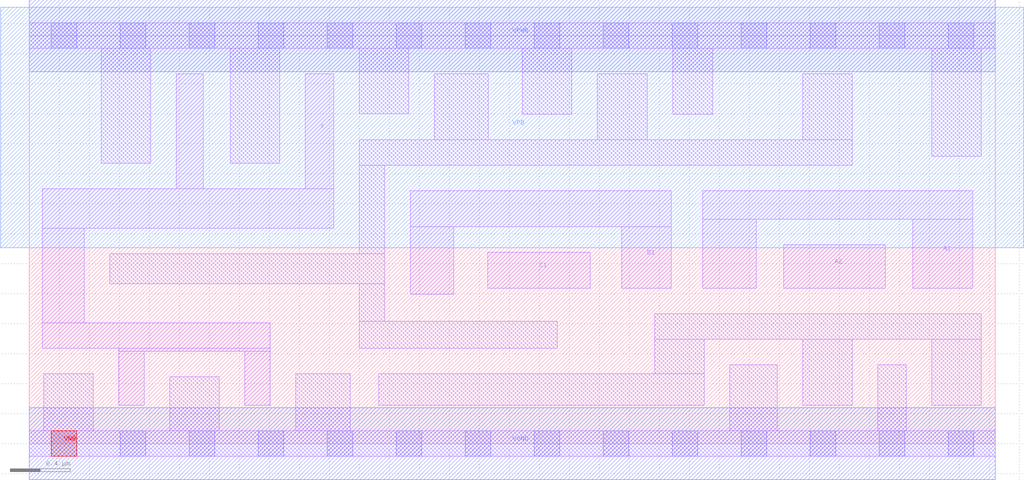
<source format=lef>
# Copyright 2020 The SkyWater PDK Authors
#
# Licensed under the Apache License, Version 2.0 (the "License");
# you may not use this file except in compliance with the License.
# You may obtain a copy of the License at
#
#     https://www.apache.org/licenses/LICENSE-2.0
#
# Unless required by applicable law or agreed to in writing, software
# distributed under the License is distributed on an "AS IS" BASIS,
# WITHOUT WARRANTIES OR CONDITIONS OF ANY KIND, either express or implied.
# See the License for the specific language governing permissions and
# limitations under the License.
#
# SPDX-License-Identifier: Apache-2.0

VERSION 5.7 ;
  NOWIREEXTENSIONATPIN ON ;
  DIVIDERCHAR "/" ;
  BUSBITCHARS "[]" ;
MACRO sky130_fd_sc_hd__o211a_4
  CLASS CORE ;
  FOREIGN sky130_fd_sc_hd__o211a_4 ;
  ORIGIN  0.000000  0.000000 ;
  SIZE  6.440000 BY  2.720000 ;
  SYMMETRY X Y R90 ;
  SITE unithd ;
  PIN A1
    ANTENNAGATEAREA  0.495000 ;
    DIRECTION INPUT ;
    USE SIGNAL ;
    PORT
      LAYER li1 ;
        RECT 4.490000 1.035000 4.845000 1.495000 ;
        RECT 4.490000 1.495000 6.290000 1.685000 ;
        RECT 5.890000 1.035000 6.290000 1.495000 ;
    END
  END A1
  PIN A2
    ANTENNAGATEAREA  0.495000 ;
    DIRECTION INPUT ;
    USE SIGNAL ;
    PORT
      LAYER li1 ;
        RECT 5.030000 1.035000 5.705000 1.325000 ;
    END
  END A2
  PIN B1
    ANTENNAGATEAREA  0.495000 ;
    DIRECTION INPUT ;
    USE SIGNAL ;
    PORT
      LAYER li1 ;
        RECT 2.540000 0.995000 2.830000 1.445000 ;
        RECT 2.540000 1.445000 4.280000 1.685000 ;
        RECT 3.950000 1.035000 4.280000 1.445000 ;
    END
  END B1
  PIN C1
    ANTENNAGATEAREA  0.495000 ;
    DIRECTION INPUT ;
    USE SIGNAL ;
    PORT
      LAYER li1 ;
        RECT 3.055000 1.035000 3.740000 1.275000 ;
    END
  END C1
  PIN X
    ANTENNADIFFAREA  0.911000 ;
    DIRECTION OUTPUT ;
    USE SIGNAL ;
    PORT
      LAYER li1 ;
        RECT 0.085000 0.635000 1.605000 0.805000 ;
        RECT 0.085000 0.805000 0.365000 1.435000 ;
        RECT 0.085000 1.435000 2.030000 1.700000 ;
        RECT 0.595000 0.255000 0.765000 0.615000 ;
        RECT 0.595000 0.615000 1.605000 0.635000 ;
        RECT 0.980000 1.700000 1.160000 2.465000 ;
        RECT 1.435000 0.255000 1.605000 0.615000 ;
        RECT 1.840000 1.700000 2.030000 2.465000 ;
    END
  END X
  PIN VGND
    DIRECTION INOUT ;
    SHAPE ABUTMENT ;
    USE GROUND ;
    PORT
      LAYER met1 ;
        RECT 0.000000 -0.240000 6.440000 0.240000 ;
    END
  END VGND
  PIN VNB
    DIRECTION INOUT ;
    USE GROUND ;
    PORT
      LAYER pwell ;
        RECT 0.145000 -0.085000 0.315000 0.085000 ;
    END
  END VNB
  PIN VPB
    DIRECTION INOUT ;
    USE POWER ;
    PORT
      LAYER nwell ;
        RECT -0.190000 1.305000 6.630000 2.910000 ;
    END
  END VPB
  PIN VPWR
    DIRECTION INOUT ;
    SHAPE ABUTMENT ;
    USE POWER ;
    PORT
      LAYER met1 ;
        RECT 0.000000 2.480000 6.440000 2.960000 ;
    END
  END VPWR
  OBS
    LAYER li1 ;
      RECT 0.000000 -0.085000 6.440000 0.085000 ;
      RECT 0.000000  2.635000 6.440000 2.805000 ;
      RECT 0.095000  0.085000 0.425000 0.465000 ;
      RECT 0.480000  1.870000 0.810000 2.635000 ;
      RECT 0.535000  1.065000 2.370000 1.265000 ;
      RECT 0.935000  0.085000 1.265000 0.445000 ;
      RECT 1.340000  1.870000 1.670000 2.635000 ;
      RECT 1.775000  0.085000 2.140000 0.465000 ;
      RECT 2.200000  0.635000 3.520000 0.815000 ;
      RECT 2.200000  0.815000 2.370000 1.065000 ;
      RECT 2.200000  1.265000 2.370000 1.855000 ;
      RECT 2.200000  1.855000 5.485000 2.025000 ;
      RECT 2.200000  2.200000 2.530000 2.635000 ;
      RECT 2.330000  0.255000 4.500000 0.465000 ;
      RECT 2.700000  2.025000 3.060000 2.465000 ;
      RECT 3.285000  2.195000 3.615000 2.635000 ;
      RECT 3.785000  2.025000 4.120000 2.465000 ;
      RECT 4.170000  0.465000 4.500000 0.695000 ;
      RECT 4.170000  0.695000 6.345000 0.865000 ;
      RECT 4.290000  2.195000 4.555000 2.635000 ;
      RECT 4.670000  0.085000 4.985000 0.525000 ;
      RECT 5.155000  0.255000 5.485000 0.695000 ;
      RECT 5.155000  2.025000 5.485000 2.465000 ;
      RECT 5.655000  0.085000 5.845000 0.525000 ;
      RECT 6.015000  0.255000 6.345000 0.695000 ;
      RECT 6.015000  1.915000 6.345000 2.635000 ;
    LAYER mcon ;
      RECT 0.145000 -0.085000 0.315000 0.085000 ;
      RECT 0.145000  2.635000 0.315000 2.805000 ;
      RECT 0.605000 -0.085000 0.775000 0.085000 ;
      RECT 0.605000  2.635000 0.775000 2.805000 ;
      RECT 1.065000 -0.085000 1.235000 0.085000 ;
      RECT 1.065000  2.635000 1.235000 2.805000 ;
      RECT 1.525000 -0.085000 1.695000 0.085000 ;
      RECT 1.525000  2.635000 1.695000 2.805000 ;
      RECT 1.985000 -0.085000 2.155000 0.085000 ;
      RECT 1.985000  2.635000 2.155000 2.805000 ;
      RECT 2.445000 -0.085000 2.615000 0.085000 ;
      RECT 2.445000  2.635000 2.615000 2.805000 ;
      RECT 2.905000 -0.085000 3.075000 0.085000 ;
      RECT 2.905000  2.635000 3.075000 2.805000 ;
      RECT 3.365000 -0.085000 3.535000 0.085000 ;
      RECT 3.365000  2.635000 3.535000 2.805000 ;
      RECT 3.825000 -0.085000 3.995000 0.085000 ;
      RECT 3.825000  2.635000 3.995000 2.805000 ;
      RECT 4.285000 -0.085000 4.455000 0.085000 ;
      RECT 4.285000  2.635000 4.455000 2.805000 ;
      RECT 4.745000 -0.085000 4.915000 0.085000 ;
      RECT 4.745000  2.635000 4.915000 2.805000 ;
      RECT 5.205000 -0.085000 5.375000 0.085000 ;
      RECT 5.205000  2.635000 5.375000 2.805000 ;
      RECT 5.665000 -0.085000 5.835000 0.085000 ;
      RECT 5.665000  2.635000 5.835000 2.805000 ;
      RECT 6.125000 -0.085000 6.295000 0.085000 ;
      RECT 6.125000  2.635000 6.295000 2.805000 ;
  END
END sky130_fd_sc_hd__o211a_4
END LIBRARY

</source>
